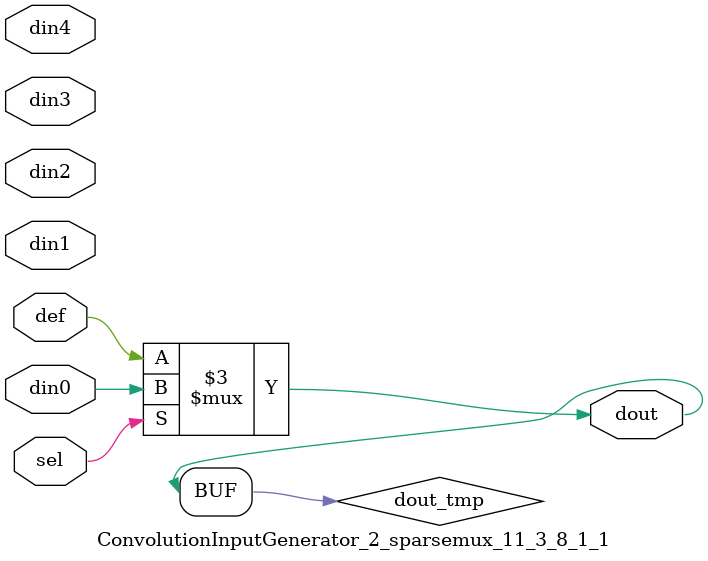
<source format=v>
`timescale 1ns / 1ps

module ConvolutionInputGenerator_2_sparsemux_11_3_8_1_1 (din0,din1,din2,din3,din4,def,sel,dout);

parameter din0_WIDTH = 1;

parameter din1_WIDTH = 1;

parameter din2_WIDTH = 1;

parameter din3_WIDTH = 1;

parameter din4_WIDTH = 1;

parameter def_WIDTH = 1;
parameter sel_WIDTH = 1;
parameter dout_WIDTH = 1;

parameter [sel_WIDTH-1:0] CASE0 = 1;

parameter [sel_WIDTH-1:0] CASE1 = 1;

parameter [sel_WIDTH-1:0] CASE2 = 1;

parameter [sel_WIDTH-1:0] CASE3 = 1;

parameter [sel_WIDTH-1:0] CASE4 = 1;

parameter ID = 1;
parameter NUM_STAGE = 1;



input [din0_WIDTH-1:0] din0;

input [din1_WIDTH-1:0] din1;

input [din2_WIDTH-1:0] din2;

input [din3_WIDTH-1:0] din3;

input [din4_WIDTH-1:0] din4;

input [def_WIDTH-1:0] def;
input [sel_WIDTH-1:0] sel;

output [dout_WIDTH-1:0] dout;



reg [dout_WIDTH-1:0] dout_tmp;

always @ (*) begin
case (sel)
    
    CASE0 : dout_tmp = din0;
    
    CASE1 : dout_tmp = din1;
    
    CASE2 : dout_tmp = din2;
    
    CASE3 : dout_tmp = din3;
    
    CASE4 : dout_tmp = din4;
    
    default : dout_tmp = def;
endcase
end


assign dout = dout_tmp;



endmodule

</source>
